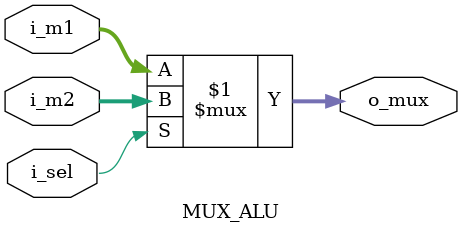
<source format=v>
`timescale 1ns / 1ps

`define WIDTH_MUX_ALU 32
module MUX_ALU(i_m1 , i_m2 , i_sel  , o_mux );
input [`WIDTH_MUX_ALU-1:0] i_m1 , i_m2 ;
input i_sel ;
output [`WIDTH_MUX_ALU -1:0] o_mux ;
//selects inputs from rd2 from reg_file if i_sel =0 else selects 32 bit sign extended from instr.. 15-0 for [I-TYPE Operation like LW, SW)
assign o_mux = i_sel? i_m2 : i_m1 ;

endmodule

</source>
